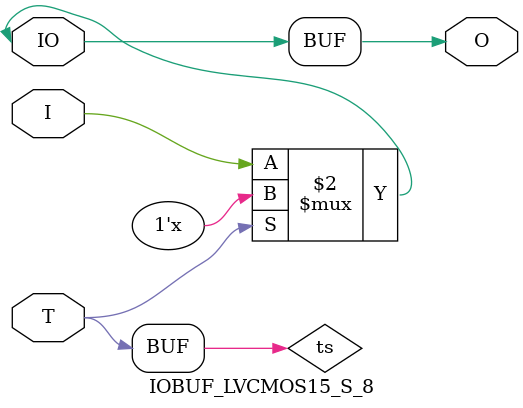
<source format=v>

/*

FUNCTION	: INPUT TRI-STATE OUTPUT BUFFER

*/

`celldefine
`timescale  100 ps / 10 ps

module IOBUF_LVCMOS15_S_8 (O, IO, I, T);

    output O;

    inout  IO;

    input  I, T;

    or O1 (ts, 1'b0, T);
    bufif0 T1 (IO, I, ts);

    buf B1 (O, IO);

endmodule

</source>
